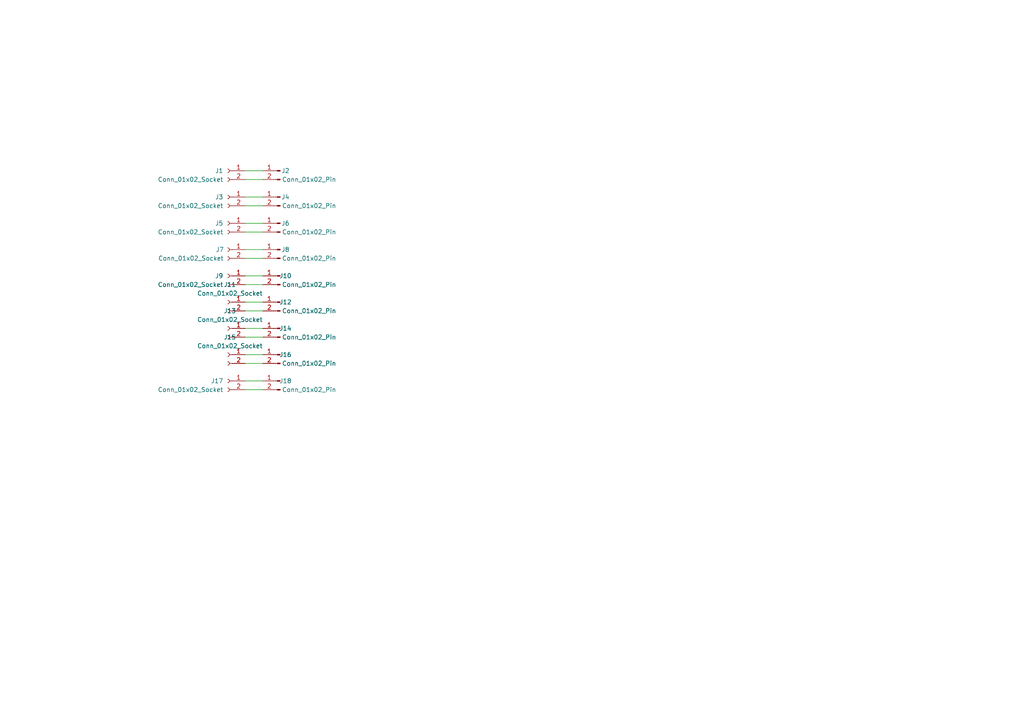
<source format=kicad_sch>
(kicad_sch (version 20231120) (generator "eeschema") (generator_version "8.0")
  (paper "A4")
  (lib_symbols
    (symbol "Connector:Conn_01x02_Pin" (pin_names (offset 1.016) hide)
      (property "Reference" "J" (at 0 2.54 0))
      (property "Value" "Conn_01x02_Pin" (at 0 -5.08 0))
      (symbol "Conn_01x02_Pin_1_1"
        (polyline (pts (xy 1.27 -2.54) (xy 0.8636 -2.54)) (stroke (width 0.1524)))
        (polyline (pts (xy 1.27 0) (xy 0.8636 0)) (stroke (width 0.1524)))
        (rectangle (start 0.8636 -2.413) (end 0 -2.667) (stroke (width 0.1524)) (fill (type outline)))
        (rectangle (start 0.8636 0.127) (end 0 -0.127) (stroke (width 0.1524)) (fill (type outline)))
        (pin passive line (at 5.08 0 180) (length 3.81) (name "Pin_1") (number "1"))
        (pin passive line (at 5.08 -2.54 180) (length 3.81) (name "Pin_2") (number "2"))
      )
    )
    (symbol "Connector:Conn_01x02_Socket" (pin_names (offset 1.016) hide)
      (property "Reference" "J" (at 0 2.54 0))
      (property "Value" "Conn_01x02_Socket" (at 0 -5.08 0))
      (symbol "Conn_01x02_Socket_1_1"
        (arc (start 0 -2.032) (mid -0.5058 -2.54) (end 0 -3.048) (stroke (width 0.1524)))
        (polyline (pts (xy -1.27 -2.54) (xy -0.508 -2.54)) (stroke (width 0.1524)))
        (polyline (pts (xy -1.27 0) (xy -0.508 0)) (stroke (width 0.1524)))
        (arc (start 0 0.508) (mid -0.5058 0) (end 0 -0.508) (stroke (width 0.1524)))
        (pin passive line (at -5.08 0 0) (length 3.81) (name "Pin_1") (number "1"))
        (pin passive line (at -5.08 -2.54 0) (length 3.81) (name "Pin_2") (number "2"))
      )
    )
  )
  (wire (pts (xy 71.12 82.55) (xy 76.2 82.55)))
  (wire (pts (xy 71.12 80.01) (xy 76.2 80.01)))
  (wire (pts (xy 71.12 72.39) (xy 76.2 72.39)))
  (wire (pts (xy 71.12 64.77) (xy 76.2 64.77)))
  (wire (pts (xy 71.12 105.41) (xy 76.2 105.41)))
  (wire (pts (xy 71.12 57.15) (xy 76.2 57.15)))
  (wire (pts (xy 71.12 52.07) (xy 76.2 52.07)))
  (wire (pts (xy 71.12 49.53) (xy 76.2 49.53)))
  (wire (pts (xy 71.12 90.17) (xy 76.2 90.17)))
  (wire (pts (xy 71.12 59.69) (xy 76.2 59.69)))
  (wire (pts (xy 71.12 97.79) (xy 76.2 97.79)))
  (wire (pts (xy 71.12 110.49) (xy 76.2 110.49)))
  (wire (pts (xy 71.12 87.63) (xy 76.2 87.63)))
  (wire (pts (xy 71.12 74.93) (xy 76.2 74.93)))
  (wire (pts (xy 71.12 67.31) (xy 76.2 67.31)))
  (wire (pts (xy 71.12 95.25) (xy 76.2 95.25)))
  (wire (pts (xy 71.12 102.87) (xy 76.2 102.87)))
  (wire (pts (xy 71.12 113.03) (xy 76.2 113.03)))
  (symbol (lib_id "Connector:Conn_01x02_Socket") (at 66.04 64.77 0) (mirror y) (unit 1)
    (property "Reference" "J5" (at 64.77 64.7699 0) (effects (justify left)))
    (property "Value" "Conn_01x02_Socket" (at 64.77 67.3099 0) (effects (justify left)))
    (property "Footprint" "Connector_PinHeader_2.54mm:PinHeader_1x02_P2.54mm_Vertical" (effects (hide yes)))
    (property "Description" "Generic connector, single row, 01x02, script generated" (effects (hide yes)))
  )
  (symbol (lib_id "Connector:Conn_01x02_Socket") (at 66.04 95.25 0) (mirror y) (unit 1)
    (property "Reference" "J13" (at 66.675 90.17 0))
    (property "Value" "Conn_01x02_Socket" (at 66.675 92.71 0))
    (property "Footprint" "Connector_PinHeader_2.54mm:PinHeader_1x02_P2.54mm_Vertical" (effects (hide yes)))
    (property "Description" "Generic connector, single row, 01x02, script generated" (effects (hide yes)))
  )
  (symbol (lib_id "Connector:Conn_01x02_Pin") (at 81.28 95.25 0) (mirror y) (unit 1)
    (property "Reference" "J14" (at 82.804 95.25 0))
    (property "Value" "Conn_01x02_Pin" (at 89.662 97.79 0))
    (property "Footprint" "Connector_PinHeader_2.54mm:PinHeader_1x02_P2.54mm_Vertical" (effects (hide yes)))
    (property "Description" "Generic connector, single row, 01x02, script generated" (effects (hide yes)))
  )
  (symbol (lib_id "Connector:Conn_01x02_Pin") (at 81.28 80.01 0) (mirror y) (unit 1)
    (property "Reference" "J10" (at 82.804 80.01 0))
    (property "Value" "Conn_01x02_Pin" (at 89.662 82.55 0))
    (property "Footprint" "Connector_PinHeader_2.54mm:PinHeader_1x02_P2.54mm_Vertical" (effects (hide yes)))
    (property "Description" "Generic connector, single row, 01x02, script generated" (effects (hide yes)))
  )
  (symbol (lib_id "Connector:Conn_01x02_Socket") (at 66.04 87.63 0) (mirror y) (unit 1)
    (property "Reference" "J11" (at 66.675 82.55 0))
    (property "Value" "Conn_01x02_Socket" (at 66.675 85.09 0))
    (property "Footprint" "Connector_PinHeader_2.54mm:PinHeader_1x02_P2.54mm_Vertical" (effects (hide yes)))
    (property "Description" "Generic connector, single row, 01x02, script generated" (effects (hide yes)))
  )
  (symbol (lib_id "Connector:Conn_01x02_Socket") (at 66.04 102.87 0) (mirror y) (unit 1)
    (property "Reference" "J15" (at 66.675 97.79 0))
    (property "Value" "Conn_01x02_Socket" (at 66.675 100.33 0))
    (property "Footprint" "Connector_PinHeader_2.54mm:PinHeader_1x02_P2.54mm_Vertical" (effects (hide yes)))
    (property "Description" "Generic connector, single row, 01x02, script generated" (effects (hide yes)))
  )
  (symbol (lib_id "Connector:Conn_01x02_Socket") (at 66.04 110.49 0) (mirror y) (unit 1)
    (property "Reference" "J17" (at 64.77 110.4899 0) (effects (justify left)))
    (property "Value" "Conn_01x02_Socket" (at 64.77 113.0299 0) (effects (justify left)))
    (property "Footprint" "Connector_PinHeader_2.54mm:PinHeader_1x02_P2.54mm_Vertical" (effects (hide yes)))
    (property "Description" "Generic connector, single row, 01x02, script generated" (effects (hide yes)))
  )
  (symbol (lib_id "Connector:Conn_01x02_Pin") (at 81.28 110.49 0) (mirror y) (unit 1)
    (property "Reference" "J18" (at 82.804 110.49 0))
    (property "Value" "Conn_01x02_Pin" (at 89.662 113.03 0))
    (property "Footprint" "Connector_PinHeader_2.54mm:PinHeader_1x02_P2.54mm_Vertical" (effects (hide yes)))
    (property "Description" "Generic connector, single row, 01x02, script generated" (effects (hide yes)))
  )
  (symbol (lib_id "Connector:Conn_01x02_Socket") (at 66.04 49.53 0) (mirror y) (unit 1)
    (property "Reference" "J1" (at 64.77 49.5299 0) (effects (justify left)))
    (property "Value" "Conn_01x02_Socket" (at 64.77 52.0699 0) (effects (justify left)))
    (property "Footprint" "Connector_PinHeader_2.54mm:PinHeader_1x02_P2.54mm_Vertical" (effects (hide yes)))
    (property "Description" "Generic connector, single row, 01x02, script generated" (effects (hide yes)))
  )
  (symbol (lib_id "Connector:Conn_01x02_Pin") (at 81.28 49.53 0) (mirror y) (unit 1)
    (property "Reference" "J2" (at 82.804 49.53 0))
    (property "Value" "Conn_01x02_Pin" (at 89.662 52.07 0))
    (property "Footprint" "Connector_PinHeader_2.54mm:PinHeader_1x02_P2.54mm_Vertical" (effects (hide yes)))
    (property "Description" "Generic connector, single row, 01x02, script generated" (effects (hide yes)))
  )
  (symbol (lib_id "Connector:Conn_01x02_Pin") (at 81.28 87.63 0) (mirror y) (unit 1)
    (property "Reference" "J12" (at 82.804 87.63 0))
    (property "Value" "Conn_01x02_Pin" (at 89.662 90.17 0))
    (property "Footprint" "Connector_PinHeader_2.54mm:PinHeader_1x02_P2.54mm_Vertical" (effects (hide yes)))
    (property "Description" "Generic connector, single row, 01x02, script generated" (effects (hide yes)))
  )
  (symbol (lib_id "Connector:Conn_01x02_Pin") (at 81.28 57.15 0) (mirror y) (unit 1)
    (property "Reference" "J4" (at 82.804 57.15 0))
    (property "Value" "Conn_01x02_Pin" (at 89.662 59.69 0))
    (property "Footprint" "Connector_PinHeader_2.54mm:PinHeader_1x02_P2.54mm_Vertical" (effects (hide yes)))
    (property "Description" "Generic connector, single row, 01x02, script generated" (effects (hide yes)))
  )
  (symbol (lib_id "Connector:Conn_01x02_Pin") (at 81.28 102.87 0) (mirror y) (unit 1)
    (property "Reference" "J16" (at 82.804 102.87 0))
    (property "Value" "Conn_01x02_Pin" (at 89.662 105.41 0))
    (property "Footprint" "Connector_PinHeader_2.54mm:PinHeader_1x02_P2.54mm_Vertical" (effects (hide yes)))
    (property "Description" "Generic connector, single row, 01x02, script generated" (effects (hide yes)))
  )
  (symbol (lib_id "Connector:Conn_01x02_Pin") (at 81.28 72.39 0) (mirror y) (unit 1)
    (property "Reference" "J8" (at 82.804 72.39 0))
    (property "Value" "Conn_01x02_Pin" (at 89.662 74.93 0))
    (property "Footprint" "Connector_PinHeader_2.54mm:PinHeader_1x02_P2.54mm_Vertical" (effects (hide yes)))
    (property "Description" "Generic connector, single row, 01x02, script generated" (effects (hide yes)))
  )
  (symbol (lib_id "Connector:Conn_01x02_Socket") (at 66.04 72.39 0) (mirror y) (unit 1)
    (property "Reference" "J7" (at 63.754 72.39 0))
    (property "Value" "Conn_01x02_Socket" (at 55.372 74.93 0))
    (property "Footprint" "Connector_PinHeader_2.54mm:PinHeader_1x02_P2.54mm_Vertical" (effects (hide yes)))
    (property "Description" "Generic connector, single row, 01x02, script generated" (effects (hide yes)))
  )
  (symbol (lib_id "Connector:Conn_01x02_Socket") (at 66.04 57.15 0) (mirror y) (unit 1)
    (property "Reference" "J3" (at 64.77 57.1499 0) (effects (justify left)))
    (property "Value" "Conn_01x02_Socket" (at 64.77 59.6899 0) (effects (justify left)))
    (property "Footprint" "Connector_PinHeader_2.54mm:PinHeader_1x02_P2.54mm_Vertical" (effects (hide yes)))
    (property "Description" "Generic connector, single row, 01x02, script generated" (effects (hide yes)))
  )
  (symbol (lib_id "Connector:Conn_01x02_Pin") (at 81.28 64.77 0) (mirror y) (unit 1)
    (property "Reference" "J6" (at 82.804 64.77 0))
    (property "Value" "Conn_01x02_Pin" (at 89.662 67.31 0))
    (property "Footprint" "Connector_PinHeader_2.54mm:PinHeader_1x02_P2.54mm_Vertical" (effects (hide yes)))
    (property "Description" "Generic connector, single row, 01x02, script generated" (effects (hide yes)))
  )
  (symbol (lib_id "Connector:Conn_01x02_Socket") (at 66.04 80.01 0) (mirror y) (unit 1)
    (property "Reference" "J9" (at 64.77 80.0099 0) (effects (justify left)))
    (property "Value" "Conn_01x02_Socket" (at 64.77 82.5499 0) (effects (justify left)))
    (property "Footprint" "Connector_PinHeader_2.54mm:PinHeader_1x02_P2.54mm_Vertical" (effects (hide yes)))
    (property "Description" "Generic connector, single row, 01x02, script generated" (effects (hide yes)))
  )
)
</source>
